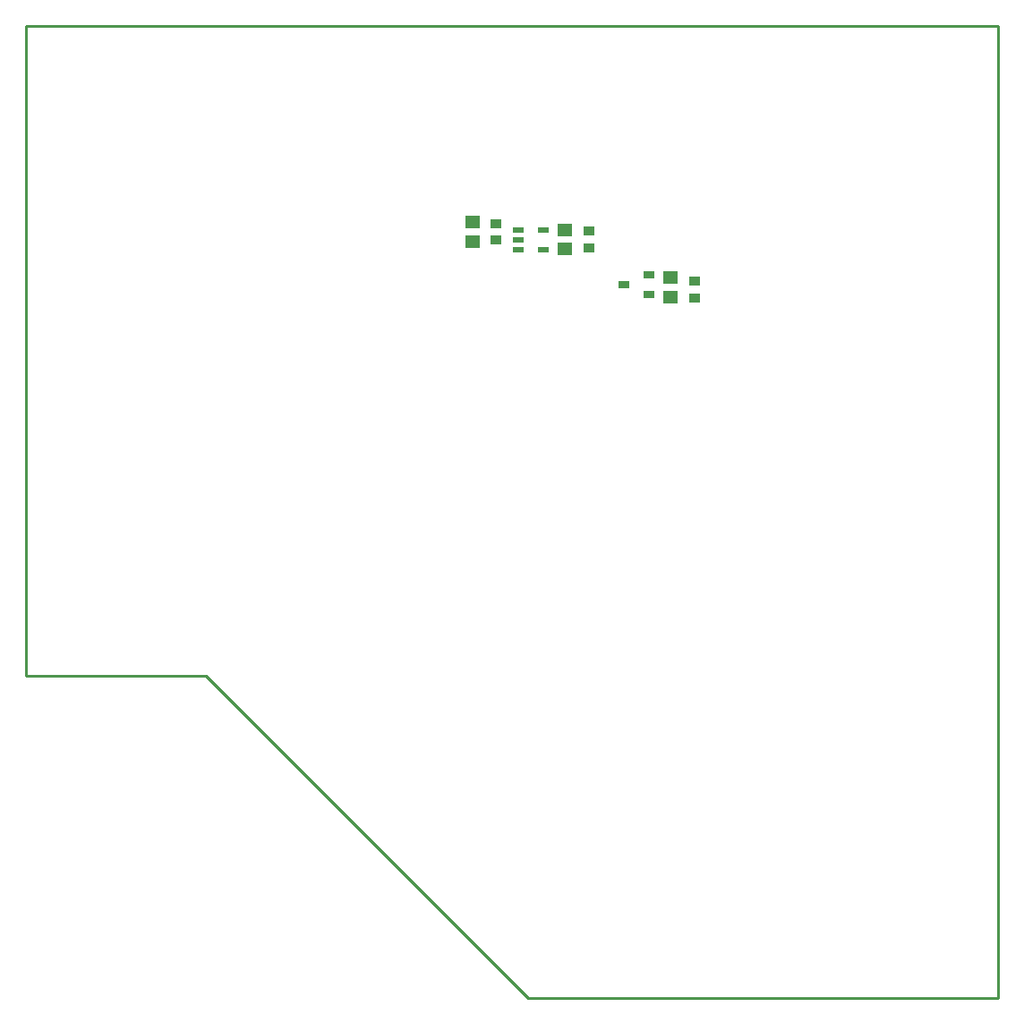
<source format=gbp>
G04*
G04 #@! TF.GenerationSoftware,Altium Limited,Altium Designer,19.1.8 (144)*
G04*
G04 Layer_Color=128*
%FSLAX24Y24*%
%MOIN*%
G70*
G01*
G75*
%ADD11C,0.0100*%
%ADD25R,0.0571X0.0453*%
%ADD26R,0.0394X0.0354*%
%ADD39R,0.0394X0.0315*%
%ADD82R,0.0433X0.0236*%
D11*
X0Y36220D02*
X36220D01*
X-0Y12008D02*
X0Y36220D01*
X36220Y0D02*
X36220Y36220D01*
X-0Y12008D02*
X6705Y12008D01*
X18713Y-0D02*
X36220Y0D01*
X6705Y12008D02*
X18713Y-0D01*
D25*
X16634Y28189D02*
D03*
Y28898D02*
D03*
X20079Y28602D02*
D03*
Y27894D02*
D03*
X24016Y26831D02*
D03*
Y26122D02*
D03*
D26*
X17520Y28228D02*
D03*
Y28858D02*
D03*
X20965Y28563D02*
D03*
Y27933D02*
D03*
X24902Y26063D02*
D03*
Y26693D02*
D03*
D39*
X22264Y26575D02*
D03*
X23209Y26201D02*
D03*
Y26949D02*
D03*
D82*
X19272Y28622D02*
D03*
Y27874D02*
D03*
X18327Y28622D02*
D03*
Y27874D02*
D03*
Y28248D02*
D03*
M02*

</source>
